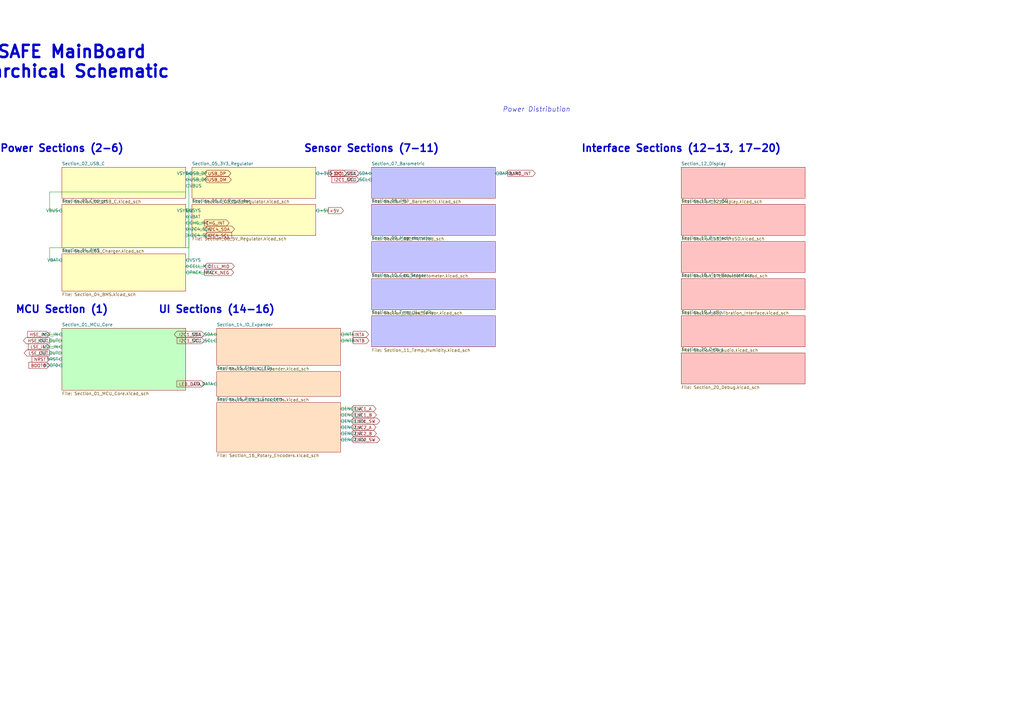
<source format=kicad_sch>
(kicad_sch (version 20231120) (generator "eeschema") (generator_version "8.0")
  (paper "A3")
  (title_block (title "IMSAFE MainBoard - Root") (date "2026-01-29") (rev "0.2") (company "IMSAFE Project") (comment 1 "STM32H747AG Based Aviation Instrument") (comment 2 "Multi-sheet hierarchical design"))
  (lib_symbols
    (symbol "power:GND" (power) (pin_numbers hide) (pin_names (offset 0) hide)
      (property "Value" "GND" (at 0 -3.81 0))
      (symbol "GND_0_1"
        (polyline (pts (xy 0 0) (xy 0 -1.27) (xy 1.27 -1.27) (xy 0 -2.54) (xy -1.27 -1.27) (xy 0 -1.27)))
      )
      (symbol "GND_1_1"
        (pin power_in line (at 0 0 270) (length 0) (name "GND") (number "1"))
      )
    )
  )
  (text "IMSAFE MainBoard\nHierarchical Schematic" (at 25.4 25.4 0) (effects (font (size 5 5) (bold yes))))
  (text "Power Sections (2-6)" (at 25.4 60.96 0) (effects (font (size 3 3) (bold yes))))
  (text "MCU Section (1)" (at 25.4 127 0) (effects (font (size 3 3) (bold yes))))
  (text "UI Sections (14-16)" (at 88.9 127 0) (effects (font (size 3 3) (bold yes))))
  (text "Sensor Sections (7-11)" (at 152.4 60.96 0) (effects (font (size 3 3) (bold yes))))
  (text "Interface Sections (12-13, 17-20)" (at 279.4 60.96 0) (effects (font (size 3 3) (bold yes))))
  (text "Power Distribution" (at 220 45 0) (effects (font (size 2 2) (italic yes))))
  (sheet (at 25.4 68.58) (size 50.8 12.7) (stroke (width 0.1524)) (fill (color 255 255 194 1))
    (property "Sheetname" "Section_02_USB_C" (at 25.4 67.8684 0) (effects (justify left bottom)))
    (property "Sheetfile" "Section_02_USB_C.kicad_sch" (at 25.4 81.9346 0) (effects (justify left top)))
    (pin "USB_DP" bidirectional (at 76.2 71.12 0))
    (pin "USB_DM" bidirectional (at 76.2 73.66 0))
    (pin "VBUS" output (at 76.2 76.2 0))
  )
  (sheet (at 25.4 83.82) (size 50.8 17.78) (stroke (width 0.1524)) (fill (color 255 255 194 1))
    (property "Sheetname" "Section_03_Charger" (at 25.4 83.1084 0) (effects (justify left bottom)))
    (property "Sheetfile" "Section_03_Charger.kicad_sch" (at 25.4 102.2546 0) (effects (justify left top)))
    (pin "VBUS" input (at 25.4 86.36 180))
    (pin "VSYS" output (at 76.2 86.36 0))
    (pin "VBAT" bidirectional (at 76.2 88.9 0))
    (pin "CHG_INT" output (at 76.2 91.44 0))
    (pin "I2C4_SDA" bidirectional (at 76.2 93.98 0))
    (pin "I2C4_SCL" input (at 76.2 96.52 0))
  )
  (sheet (at 25.4 104.14) (size 50.8 15.24) (stroke (width 0.1524)) (fill (color 255 255 194 1))
    (property "Sheetname" "Section_04_BMS" (at 25.4 103.4284 0) (effects (justify left bottom)))
    (property "Sheetfile" "Section_04_BMS.kicad_sch" (at 25.4 120.0346 0) (effects (justify left top)))
    (pin "VBAT" input (at 25.4 106.68 180))
    (pin "VSYS" output (at 76.2 106.68 0))
    (pin "CELL_MID" bidirectional (at 76.2 109.22 0))
    (pin "PACK_NEG" output (at 76.2 111.76 0))
  )
  (sheet (at 78.74 68.58) (size 50.8 12.7) (stroke (width 0.1524)) (fill (color 255 255 194 1))
    (property "Sheetname" "Section_05_3V3_Regulator" (at 78.74 67.8684 0) (effects (justify left bottom)))
    (property "Sheetfile" "Section_05_3V3_Regulator.kicad_sch" (at 78.74 81.9346 0) (effects (justify left top)))
    (pin "VSYS" input (at 78.74 71.12 180))
    (pin "+3V3" output (at 129.54 71.12 0))
  )
  (sheet (at 78.74 83.82) (size 50.8 12.7) (stroke (width 0.1524)) (fill (color 255 255 194 1))
    (property "Sheetname" "Section_06_5V_Regulator" (at 78.74 83.1084 0) (effects (justify left bottom)))
    (property "Sheetfile" "Section_06_5V_Regulator.kicad_sch" (at 78.74 97.1746 0) (effects (justify left top)))
    (pin "VSYS" input (at 78.74 86.36 180))
    (pin "+5V" output (at 129.54 86.36 0))
  )
  (sheet (at 25.4 134.62) (size 50.8 25.4) (stroke (width 0.1524)) (fill (color 194 255 194 1))
    (property "Sheetname" "Section_01_MCU_Core" (at 25.4 133.9084 0) (effects (justify left bottom)))
    (property "Sheetfile" "Section_01_MCU_Core.kicad_sch" (at 25.4 160.6746 0) (effects (justify left top)))
    (pin "HSE_IN" input (at 25.4 137.16 180))
    (pin "HSE_OUT" output (at 25.4 139.7 180))
    (pin "LSE_IN" input (at 25.4 142.24 180))
    (pin "LSE_OUT" output (at 25.4 144.78 180))
    (pin "NRST" input (at 25.4 147.32 180))
    (pin "BOOT0" input (at 25.4 149.86 180))
  )
  (sheet (at 88.9 134.62) (size 50.8 15.24) (stroke (width 0.1524)) (fill (color 255 224 194 1))
    (property "Sheetname" "Section_14_IO_Expander" (at 88.9 133.9084 0) (effects (justify left bottom)))
    (property "Sheetfile" "Section_14_IO_Expander.kicad_sch" (at 88.9 150.5146 0) (effects (justify left top)))
    (pin "I2C1_SDA" bidirectional (at 88.9 137.16 180))
    (pin "I2C1_SCL" input (at 88.9 139.7 180))
    (pin "INTA" output (at 139.7 137.16 0))
    (pin "INTB" output (at 139.7 139.7 0))
  )
  (sheet (at 88.9 152.4) (size 50.8 10.16) (stroke (width 0.1524)) (fill (color 255 224 194 1))
    (property "Sheetname" "Section_15_Status_LEDs" (at 88.9 151.6884 0) (effects (justify left bottom)))
    (property "Sheetfile" "Section_15_Status_LEDs.kicad_sch" (at 88.9 163.2146 0) (effects (justify left top)))
    (pin "LED_DATA" input (at 88.9 157.48 180))
  )
  (sheet (at 88.9 165.1) (size 50.8 20.32) (stroke (width 0.1524)) (fill (color 255 224 194 1))
    (property "Sheetname" "Section_16_Rotary_Encoders" (at 88.9 164.3884 0) (effects (justify left bottom)))
    (property "Sheetfile" "Section_16_Rotary_Encoders.kicad_sch" (at 88.9 186.0746 0) (effects (justify left top)))
    (pin "ENC1_A" output (at 139.7 167.64 0))
    (pin "ENC1_B" output (at 139.7 170.18 0))
    (pin "ENC1_SW" output (at 139.7 172.72 0))
    (pin "ENC2_A" output (at 139.7 175.26 0))
    (pin "ENC2_B" output (at 139.7 177.8 0))
    (pin "ENC2_SW" output (at 139.7 180.34 0))
  )
  (sheet (at 152.4 68.58) (size 50.8 12.7) (stroke (width 0.1524)) (fill (color 194 194 255 1))
    (property "Sheetname" "Section_07_Barometric" (at 152.4 67.8684 0) (effects (justify left bottom)))
    (property "Sheetfile" "Section_07_Barometric.kicad_sch" (at 152.4 81.9346 0) (effects (justify left top)))
    (pin "I2C1_SDA" bidirectional (at 152.4 71.12 180))
    (pin "I2C1_SCL" input (at 152.4 73.66 180))
    (pin "BARO_INT" output (at 203.2 71.12 0))
  )
  (sheet (at 152.4 83.82) (size 50.8 12.7) (stroke (width 0.1524)) (fill (color 194 194 255 1))
    (property "Sheetname" "Section_08_IMU" (at 152.4 83.1084 0) (effects (justify left bottom)))
    (property "Sheetfile" "Section_08_IMU.kicad_sch" (at 152.4 97.1746 0) (effects (justify left top)))
  )
  (sheet (at 152.4 99.06) (size 50.8 12.7) (stroke (width 0.1524)) (fill (color 194 194 255 1))
    (property "Sheetname" "Section_09_Magnetometer" (at 152.4 98.3484 0) (effects (justify left bottom)))
    (property "Sheetfile" "Section_09_Magnetometer.kicad_sch" (at 152.4 112.4146 0) (effects (justify left top)))
  )
  (sheet (at 152.4 114.3) (size 50.8 12.7) (stroke (width 0.1524)) (fill (color 194 194 255 1))
    (property "Sheetname" "Section_10_Gas_Sensor" (at 152.4 113.5884 0) (effects (justify left bottom)))
    (property "Sheetfile" "Section_10_Gas_Sensor.kicad_sch" (at 152.4 127.6546 0) (effects (justify left top)))
  )
  (sheet (at 152.4 129.54) (size 50.8 12.7) (stroke (width 0.1524)) (fill (color 194 194 255 1))
    (property "Sheetname" "Section_11_Temp_Humidity" (at 152.4 128.8284 0) (effects (justify left bottom)))
    (property "Sheetfile" "Section_11_Temp_Humidity.kicad_sch" (at 152.4 142.8946 0) (effects (justify left top)))
  )
  (sheet (at 279.4 68.58) (size 50.8 12.7) (stroke (width 0.1524)) (fill (color 255 194 194 1))
    (property "Sheetname" "Section_12_Display" (at 279.4 67.8684 0) (effects (justify left bottom)))
    (property "Sheetfile" "Section_12_Display.kicad_sch" (at 279.4 81.9346 0) (effects (justify left top)))
  )
  (sheet (at 279.4 83.82) (size 50.8 12.7) (stroke (width 0.1524)) (fill (color 255 194 194 1))
    (property "Sheetname" "Section_13_microSD" (at 279.4 83.1084 0) (effects (justify left bottom)))
    (property "Sheetfile" "Section_13_microSD.kicad_sch" (at 279.4 97.1746 0) (effects (justify left top)))
  )
  (sheet (at 279.4 99.06) (size 50.8 12.7) (stroke (width 0.1524)) (fill (color 255 194 194 1))
    (property "Sheetname" "Section_17_Bluetooth" (at 279.4 98.3484 0) (effects (justify left bottom)))
    (property "Sheetfile" "Section_17_Bluetooth.kicad_sch" (at 279.4 112.4146 0) (effects (justify left top)))
  )
  (sheet (at 279.4 114.3) (size 50.8 12.7) (stroke (width 0.1524)) (fill (color 255 194 194 1))
    (property "Sheetname" "Section_18_Vibration_Interface" (at 279.4 113.5884 0) (effects (justify left bottom)))
    (property "Sheetfile" "Section_18_Vibration_Interface.kicad_sch" (at 279.4 127.6546 0) (effects (justify left top)))
  )
  (sheet (at 279.4 129.54) (size 50.8 12.7) (stroke (width 0.1524)) (fill (color 255 194 194 1))
    (property "Sheetname" "Section_19_Audio" (at 279.4 128.8284 0) (effects (justify left bottom)))
    (property "Sheetfile" "Section_19_Audio.kicad_sch" (at 279.4 142.8946 0) (effects (justify left top)))
  )
  (sheet (at 279.4 144.78) (size 50.8 12.7) (stroke (width 0.1524)) (fill (color 255 194 194 1))
    (property "Sheetname" "Section_20_Debug" (at 279.4 144.0684 0) (effects (justify left bottom)))
    (property "Sheetfile" "Section_20_Debug.kicad_sch" (at 279.4 158.1346 0) (effects (justify left top)))
  )
  (wire (pts (xy 76.2 76.2) (xy 76.2 78.74)))
  (wire (pts (xy 76.2 78.74) (xy 20.32 78.74)))
  (wire (pts (xy 20.32 78.74) (xy 20.32 86.36)))
  (wire (pts (xy 20.32 86.36) (xy 25.4 86.36)))
  (wire (pts (xy 76.2 86.36) (xy 78.74 86.36)))
  (wire (pts (xy 76.2 86.36) (xy 77.47 86.36)))
  (wire (pts (xy 77.47 86.36) (xy 77.47 71.12)))
  (wire (pts (xy 77.47 71.12) (xy 78.74 71.12)))
  (wire (pts (xy 77.47 86.36) (xy 77.47 106.68)))
  (wire (pts (xy 77.47 106.68) (xy 76.2 106.68)))
  (wire (pts (xy 76.2 88.9) (xy 77.47 88.9)))
  (wire (pts (xy 77.47 88.9) (xy 77.47 101.6)))
  (wire (pts (xy 77.47 101.6) (xy 20.32 101.6)))
  (wire (pts (xy 20.32 101.6) (xy 20.32 106.68)))
  (wire (pts (xy 20.32 106.68) (xy 25.4 106.68)))
  (wire (pts (xy 76.2 71.12) (xy 83.82 71.12)))
  (wire (pts (xy 76.2 73.66) (xy 83.82 73.66)))
  (wire (pts (xy 76.2 91.44) (xy 83.82 91.44)))
  (wire (pts (xy 76.2 93.98) (xy 83.82 93.98)))
  (wire (pts (xy 76.2 96.52) (xy 83.82 96.52)))
  (wire (pts (xy 76.2 109.22) (xy 83.82 109.22)))
  (wire (pts (xy 76.2 111.76) (xy 83.82 111.76)))
  (wire (pts (xy 129.54 71.12) (xy 134.62 71.12)))
  (wire (pts (xy 129.54 86.36) (xy 134.62 86.36)))
  (wire (pts (xy 152.4 71.12) (xy 147.32 71.12)))
  (wire (pts (xy 152.4 73.66) (xy 147.32 73.66)))
  (wire (pts (xy 203.2 71.12) (xy 208.28 71.12)))
  (wire (pts (xy 88.9 137.16) (xy 83.82 137.16)))
  (wire (pts (xy 88.9 139.7) (xy 83.82 139.7)))
  (wire (pts (xy 139.7 137.16) (xy 144.78 137.16)))
  (wire (pts (xy 139.7 139.7) (xy 144.78 139.7)))
  (wire (pts (xy 88.9 157.48) (xy 83.82 157.48)))
  (wire (pts (xy 139.7 167.64) (xy 144.78 167.64)))
  (wire (pts (xy 139.7 170.18) (xy 144.78 170.18)))
  (wire (pts (xy 139.7 172.72) (xy 144.78 172.72)))
  (wire (pts (xy 139.7 175.26) (xy 144.78 175.26)))
  (wire (pts (xy 139.7 177.8) (xy 144.78 177.8)))
  (wire (pts (xy 139.7 180.34) (xy 144.78 180.34)))
  (wire (pts (xy 25.4 137.16) (xy 20.32 137.16)))
  (wire (pts (xy 25.4 139.7) (xy 20.32 139.7)))
  (wire (pts (xy 25.4 142.24) (xy 20.32 142.24)))
  (wire (pts (xy 25.4 144.78) (xy 20.32 144.78)))
  (wire (pts (xy 25.4 147.32) (xy 20.32 147.32)))
  (wire (pts (xy 25.4 149.86) (xy 20.32 149.86)))
  (global_label "USB_DP" (shape bidirectional) (at 83.82 71.12 0))
  (global_label "USB_DM" (shape bidirectional) (at 83.82 73.66 0))
  (global_label "CHG_INT" (shape output) (at 83.82 91.44 0))
  (global_label "I2C4_SDA" (shape bidirectional) (at 83.82 93.98 0))
  (global_label "I2C4_SCL" (shape input) (at 83.82 96.52 0))
  (global_label "CELL_MID" (shape bidirectional) (at 83.82 109.22 0))
  (global_label "PACK_NEG" (shape output) (at 83.82 111.76 0))
  (global_label "+3V3" (shape output) (at 134.62 71.12 0))
  (global_label "+5V" (shape output) (at 134.62 86.36 0))
  (global_label "I2C1_SDA" (shape bidirectional) (at 147.32 71.12 180))
  (global_label "I2C1_SCL" (shape input) (at 147.32 73.66 180))
  (global_label "BARO_INT" (shape output) (at 208.28 71.12 0))
  (global_label "I2C1_SDA" (shape bidirectional) (at 83.82 137.16 180))
  (global_label "I2C1_SCL" (shape input) (at 83.82 139.7 180))
  (global_label "INTA" (shape output) (at 144.78 137.16 0))
  (global_label "INTB" (shape output) (at 144.78 139.7 0))
  (global_label "LED_DATA" (shape input) (at 83.82 157.48 180))
  (global_label "ENC1_A" (shape output) (at 144.78 167.64 0))
  (global_label "ENC1_B" (shape output) (at 144.78 170.18 0))
  (global_label "ENC1_SW" (shape output) (at 144.78 172.72 0))
  (global_label "ENC2_A" (shape output) (at 144.78 175.26 0))
  (global_label "ENC2_B" (shape output) (at 144.78 177.8 0))
  (global_label "ENC2_SW" (shape output) (at 144.78 180.34 0))
  (global_label "HSE_IN" (shape input) (at 20.32 137.16 180))
  (global_label "HSE_OUT" (shape output) (at 20.32 139.7 180))
  (global_label "LSE_IN" (shape input) (at 20.32 142.24 180))
  (global_label "LSE_OUT" (shape output) (at 20.32 144.78 180))
  (global_label "NRST" (shape input) (at 20.32 147.32 180))
  (global_label "BOOT0" (shape input) (at 20.32 149.86 180))
)
</source>
